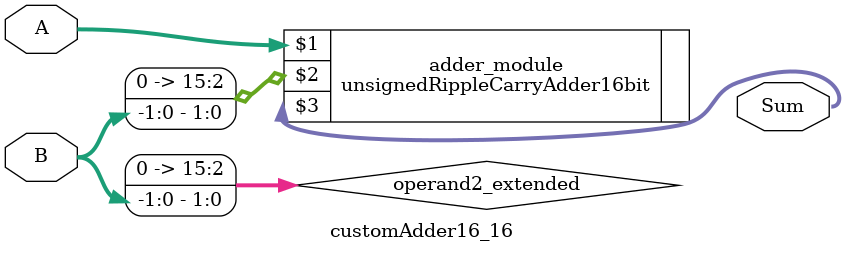
<source format=v>
module customAdder16_16(
                        input [15 : 0] A,
                        input [-1 : 0] B,
                        
                        output [16 : 0] Sum
                );

        wire [15 : 0] operand2_extended;
        
        assign operand2_extended =  {16'b0, B};
        
        unsignedRippleCarryAdder16bit adder_module(
            A,
            operand2_extended,
            Sum
        );
        
        endmodule
        
</source>
